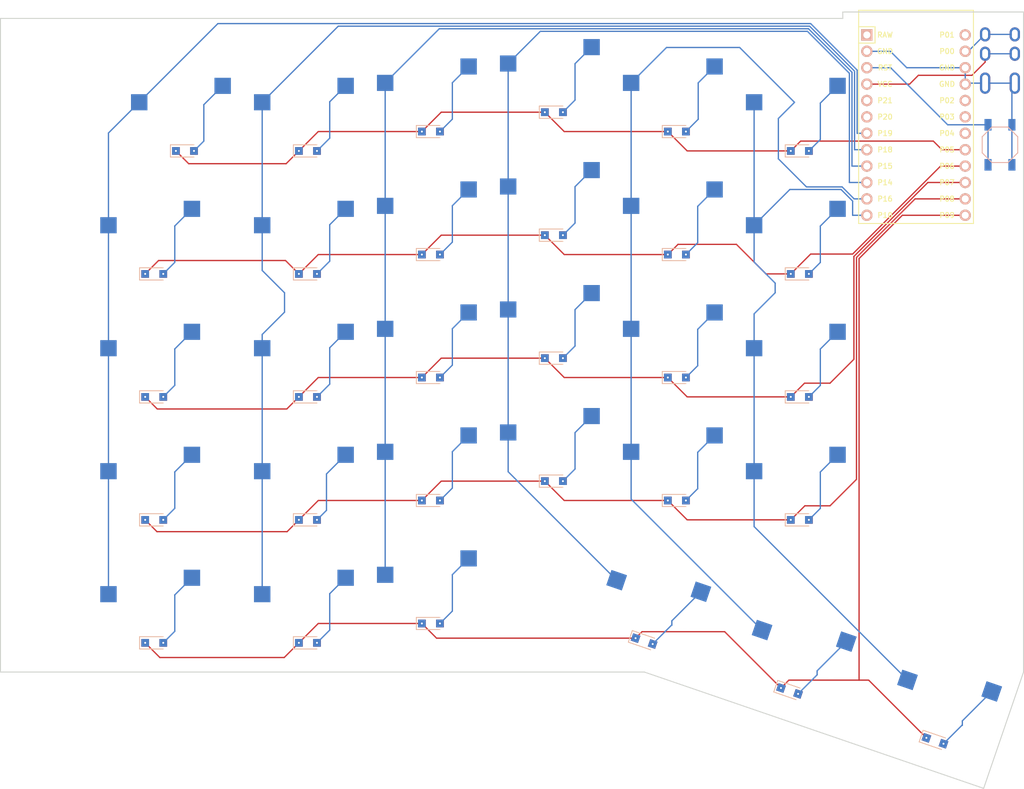
<source format=kicad_pcb>
(kicad_pcb (version 20240108) (generator "pcbnew") (generator_version "8.0")
  (title_block (title "left") (date "2024-06-05") (rev "v1.0.0") (company "Unknown"))
  (layers (0 "F.Cu" signal) (31 "B.Cu" signal) (34 "B.Paste" user) (35 "F.Paste" user) (36 "B.SilkS" user "B.Silkscreen") (37 "F.SilkS" user "F.Silkscreen") (38 "B.Mask" user) (39 "F.Mask" user) (44 "Edge.Cuts" user))
  (net 0 "")
  (net 1 "zero_meta")
  (net 2 "P9")
  (net 3 "zero_bottom")
  (net 4 "P8")
  (net 5 "zero_home")
  (net 6 "P7")
  (net 7 "zero_top")
  (net 8 "P6")
  (net 9 "zero_number")
  (net 10 "P5")
  (net 11 "one_meta")
  (net 12 "one_bottom")
  (net 13 "one_home")
  (net 14 "one_top")
  (net 15 "one_number")
  (net 16 "two_meta")
  (net 17 "two_bottom")
  (net 18 "two_home")
  (net 19 "two_top")
  (net 20 "two_number")
  (net 21 "three_bottom")
  (net 22 "three_home")
  (net 23 "three_top")
  (net 24 "three_number")
  (net 25 "four_bottom")
  (net 26 "four_home")
  (net 27 "four_top")
  (net 28 "four_number")
  (net 29 "five_bottom")
  (net 30 "five_home")
  (net 31 "five_top")
  (net 32 "five_number")
  (net 33 "three_meta")
  (net 34 "four_meta")
  (net 35 "five_meta")
  (net 36 "P19")
  (net 37 "P18")
  (net 38 "P15")
  (net 39 "P14")
  (net 40 "P16")
  (net 41 "P10")
  (net 42 "RAW")
  (net 43 "GND")
  (net 44 "RST")
  (net 45 "VCC")
  (net 46 "P21")
  (net 47 "P20")
  (net 48 "P1")
  (net 49 "P0")
  (net 50 "P2")
  (net 51 "P3")
  (net 52 "P4")
  (footprint "E73:SW_TACT_ALPS_SKQGABE010" (layer "F.Cu") (at 194.825 119.575 -90)
    (property "Reference" "B1" (hide yes))
    (property "Value" "" (hide yes))
  )
  (footprint "Diode_SMD:Nexperia_CFP3_SOD-123W" (layer "F.Cu") (at 106.675 117.525)
    (property "Reference" "D15" (hide yes))
    (property "Value" "Nexperia_CFP3_SOD-123W" (hide yes))
  )
  (footprint "MX" (layer "F.Cu") (at 125.725 166.675)
    (property "Reference" "S16" (hide yes))
    (property "Value" "" (hide yes))
  )
  (footprint "Diode_SMD:Nexperia_CFP3_SOD-123W" (layer "F.Cu") (at 106.675 136.575)
    (property "Reference" "D14" (hide yes))
    (property "Value" "Nexperia_CFP3_SOD-123W" (hide yes))
  )
  (footprint "MX" (layer "F.Cu") (at 63.8125 172.675)
    (property "Reference" "S2" (hide yes))
    (property "Value" "" (hide yes))
  )
  (footprint "Diode_SMD:Nexperia_CFP3_SOD-123W" (layer "F.Cu") (at 184.753929 211.900945 -18.925)
    (property "Reference" "D30" (hide yes))
    (property "Value" "Nexperia_CFP3_SOD-123W" (hide yes))
  )
  (footprint "Diode_SMD:Nexperia_CFP3_SOD-123W" (layer "F.Cu") (at 106.675 155.625)
    (property "Reference" "D13" (hide yes))
    (property "Value" "Nexperia_CFP3_SOD-123W" (hide yes))
  )
  (footprint "MX" (layer "F.Cu") (at 68.575 115.525)
    (property "Reference" "S5" (hide yes))
    (property "Value" "" (hide yes))
  )
  (footprint "MX" (layer "F.Cu") (at 163.825 115.525)
    (property "Reference" "S27" (hide yes))
    (property "Value" "" (hide yes))
  )
  (footprint "Diode_SMD:Nexperia_CFP3_SOD-123W" (layer "F.Cu") (at 63.8125 177.675)
    (property "Reference" "D2" (hide yes))
    (property "Value" "Nexperia_CFP3_SOD-123W" (hide yes))
  )
  (footprint "Diode_SMD:Nexperia_CFP3_SOD-123W" (layer "F.Cu") (at 163.825 120.525)
    (property "Reference" "D27" (hide yes))
    (property "Value" "Nexperia_CFP3_SOD-123W" (hide yes))
  )
  (footprint "Diode_SMD:Nexperia_CFP3_SOD-123W" (layer "F.Cu") (at 125.725 114.525)
    (property "Reference" "D19" (hide yes))
    (property "Value" "Nexperia_CFP3_SOD-123W" (hide yes))
  )
  (footprint "Diode_SMD:Nexperia_CFP3_SOD-123W" (layer "F.Cu") (at 68.575 120.525)
    (property "Reference" "D5" (hide yes))
    (property "Value" "Nexperia_CFP3_SOD-123W" (hide yes))
  )
  (footprint "MX" (layer "F.Cu") (at 125.725 109.525)
    (property "Reference" "S19" (hide yes))
    (property "Value" "" (hide yes))
  )
  (footprint "MX" (layer "F.Cu") (at 141.325 191.725 -18.925)
    (property "Reference" "S28" (hide yes))
    (property "Value" "" (hide yes))
  )
  (footprint "ceoloide:mounting_hole_npth" (layer "F.Cu") (at 153.675 141.1)
    (property "Reference" "MH3" (hide yes))
    (property "Value" "")
  )
  (footprint "MX" (layer "F.Cu") (at 63.8125 191.725)
    (property "Reference" "S1" (hide yes))
    (property "Value" "" (hide yes))
  )
  (footprint "Diode_SMD:Nexperia_CFP3_SOD-123W" (layer "F.Cu") (at 63.8125 139.575)
    (property "Reference" "D4" (hide yes))
    (property "Value" "Nexperia_CFP3_SOD-123W" (hide yes))
  )
  (footprint "Diode_SMD:Nexperia_CFP3_SOD-123W" (layer "F.Cu") (at 125.725 133.575)
    (property "Reference" "D18" (hide yes))
    (property "Value" "Nexperia_CFP3_SOD-123W" (hide yes))
  )
  (footprint "MX" (layer "F.Cu") (at 106.675 188.725)
    (property "Reference" "S11" (hide yes))
    (property "Value" "" (hide yes))
  )
  (footprint "MX" (layer "F.Cu") (at 163.825 134.575)
    (property "Reference" "S26" (hide yes))
    (property "Value" "" (hide yes))
  )
  (footprint "Diode_SMD:Nexperia_CFP3_SOD-123W" (layer "F.Cu") (at 63.8125 196.725)
    (property "Reference" "D1" (hide yes))
    (property "Value" "Nexperia_CFP3_SOD-123W" (hide yes))
  )
  (footprint "ceoloide:mounting_hole_npth" (layer "F.Cu") (at 115.575 160.15)
    (property "Reference" "MH2" (hide yes))
    (property "Value" "")
  )
  (footprint "ProMicro" (layer "F.Cu") (at 181.825 116.525 -90)
    (property "Reference" "MCU1" (hide yes))
    (property "Value" "" (hide yes))
  )
  (footprint "Diode_SMD:Nexperia_CFP3_SOD-123W" (layer "F.Cu") (at 144.775 117.525)
    (property "Reference" "D23" (hide yes))
    (property "Value" "Nexperia_CFP3_SOD-123W" (hide yes))
  )
  (footprint "MX" (layer "F.Cu") (at 125.725 128.575)
    (property "Reference" "S18" (hide yes))
    (property "Value" "" (hide yes))
  )
  (footprint "Diode_SMD:Nexperia_CFP3_SOD-123W" (layer "F.Cu") (at 125.725 171.675)
    (property "Reference" "D16" (hide yes))
    (property "Value" "Nexperia_CFP3_SOD-123W" (hide yes))
  )
  (footprint "ceoloide:mounting_hole_npth" (layer "F.Cu") (at 78.125 144.1)
    (property "Reference" "MH1" (hide yes))
    (property "Value" "")
  )
  (footprint "Diode_SMD:Nexperia_CFP3_SOD-123W" (layer "F.Cu") (at 87.625 139.575)
    (property "Reference" "D9" (hide yes))
    (property "Value" "Nexperia_CFP3_SOD-123W" (hide yes))
  )
  (footprint "MX" (layer "F.Cu") (at 163.825 172.675)
    (property "Reference" "S24" (hide yes))
    (property "Value" "" (hide yes))
  )
  (footprint "Diode_SMD:Nexperia_CFP3_SOD-123W" (layer "F.Cu") (at 139.703349 196.45472 -18.925)
    (property "Reference" "D28" (hide yes))
    (property "Value" "Nexperia_CFP3_SOD-123W" (hide yes))
  )
  (footprint "MX" (layer "F.Cu") (at 87.625 134.575)
    (property "Reference" "S9" (hide yes))
    (property "Value" "" (hide yes))
  )
  (footprint "MX" (layer "F.Cu") (at 144.775 131.575)
    (property "Reference" "S22" (hide yes))
    (property "Value" "" (hide yes))
  )
  (footprint "Diode_SMD:Nexperia_CFP3_SOD-123W" (layer "F.Cu") (at 106.675 174.675)
    (property "Reference" "D12" (hide yes))
    (property "Value" "Nexperia_CFP3_SOD-123W" (hide yes))
  )
  (footprint "MX" (layer "F.Cu") (at 106.675 131.575)
    (property "Reference" "S14" (hide yes))
    (property "Value" "" (hide yes))
  )
  (footprint "MX" (layer "F.Cu") (at 106.675 169.675)
    (property "Reference" "S12" (hide yes))
    (property "Value" "" (hide yes))
  )
  (footprint "MX" (layer "F.Cu") (at 144.775 150.625)
    (property "Reference" "S21" (hide yes))
    (property "Value" "" (hide yes))
  )
  (footprint "Diode_SMD:Nexperia_CFP3_SOD-123W" (layer "F.Cu") (at 144.775 174.675)
    (property "Reference" "D20" (hide yes))
    (property "Value" "Nexperia_CFP3_SOD-123W" (hide yes))
  )
  (footprint "Diode_SMD:Nexperia_CFP3_SOD-123W" (layer "F.Cu") (at 163.825 158.625)
    (property "Reference" "D25" (hide yes))
    (property "Value" "Nexperia_CFP3_SOD-123W" (hide yes))
  )
  (footprint "MX" (layer "F.Cu") (at 144.775 169.675)
    (property "Reference" "S20" (hide yes))
    (property "Value" "" (hide yes))
  )
  (footprint "MX" (layer "F.Cu") (at 87.625 191.725)
    (property "Reference" "S6" (hide yes))
    (property "Value" "" (hide yes))
  )
  (footprint "MX" (layer "F.Cu") (at 144.775 112.525)
    (property "Reference" "S23" (hide yes))
    (property "Value" "" (hide yes))
  )
  (footprint "Diode_SMD:Nexperia_CFP3_SOD-123W" (layer "F.Cu") (at 163.825 139.575)
    (property "Reference" "D26" (hide yes))
    (property "Value" "Nexperia_CFP3_SOD-123W" (hide yes))
  )
  (footprint "MX" (layer "F.Cu") (at 63.8125 153.625)
    (property "Reference" "S3" (hide yes))
    (property "Value" "" (hide yes))
  )
  (footprint "MX" (layer "F.Cu") (at 106.675 112.525)
    (property "Reference" "S15" (hide yes))
    (property "Value" "" (hide yes))
  )
  (footprint "MX" (layer "F.Cu") (at 63.8125 134.575)
    (property "Reference" "S4" (hide yes))
    (property "Value" "" (hide yes))
  )
  (footprint "Diode_SMD:Nexperia_CFP3_SOD-123W" (layer "F.Cu") (at 163.825 177.675)
    (property "Reference" "D24" (hide yes))
    (property "Value" "Nexperia_CFP3_SOD-123W" (hide yes))
  )
  (footprint "MX" (layer "F.Cu") (at 106.675 150.625)
    (property "Reference" "S13" (hide yes))
    (property "Value" "" (hide yes))
  )
  (footprint "Diode_SMD:Nexperia_CFP3_SOD-123W" (layer "F.Cu") (at 63.8125 158.625)
    (property "Reference" "D3" (hide yes))
    (property "Value" "Nexperia_CFP3_SOD-123W" (hide yes))
  )
  (footprint "MX" (layer "F.Cu") (at 163.825 153.625)
    (property "Reference" "S25" (hide yes))
    (property "Value" "" (hide yes))
  )
  (footprint "Diode_SMD:Nexperia_CFP3_SOD-123W" (layer "F.Cu") (at 87.625 177.675)
    (property "Reference" "D7" (hide yes))
    (property "Value" "Nexperia_CFP3_SOD-123W" (hide yes))
  )
  (footprint "MX" (layer "F.Cu") (at 125.725 147.625)
    (property "Reference" "S17" (hide yes))
    (property "Value" "" (hide yes))
  )
  (footprint "Diode_SMD:Nexperia_CFP3_SOD-123W" (layer "F.Cu") (at 162.228639 204.177833 -18.925)
    (property "Reference" "D29" (hide yes))
    (property "Value" "Nexperia_CFP3_SOD-123W" (hide yes))
  )
  (footprint "MX" (layer "F.Cu") (at 163.85029 199.448113 -18.925)
    (property "Reference" "S29" (hide yes))
    (property "Value" "" (hide yes))
  )
  (footprint "MX" (layer "F.Cu") (at 87.625 172.675)
    (property "Reference" "S7" (hide yes))
    (property "Value" "" (hide yes))
  )
  (footprint "Diode_SMD:Nexperia_CFP3_SOD-123W" (layer "F.Cu") (at 144.775 155.625)
    (property "Reference" "D21" (hide yes))
    (property "Value" "Nexperia_CFP3_SOD-123W" (hide yes))
  )
  (footprint "MX" (layer "F.Cu") (at 186.37558 207.171226 -18.925)
    (property "Reference" "S30" (hide yes))
    (property "Value" "" (hide yes))
  )
  (footprint "MX" (layer "F.Cu") (at 87.625 115.525)
    (property "Reference" "S10" (hide yes))
    (property "Value" "" (hide yes))
  )
  (footprint "Diode_SMD:Nexperia_CFP3_SOD-123W" (layer "F.Cu") (at 87.625 120.525)
    (property "Reference" "D10" (hide yes))
    (property "Value" "Nexperia_CFP3_SOD-123W" (hide yes))
  )
  (footprint "Diode_SMD:Nexperia_CFP3_SOD-123W" (layer "F.Cu") (at 125.725 152.625)
    (property "Reference" "D17" (hide yes))
    (property "Value" "Nexperia_CFP3_SOD-123W" (hide yes))
  )
  (footprint "MX" (layer "F.Cu") (at 87.625 153.625)
    (property "Reference" "S8" (hide yes))
    (property "Value" "" (hide yes))
  )
  (footprint "Diode_SMD:Nexperia_CFP3_SOD-123W" (layer "F.Cu") (at 87.625 196.725)
    (property "Reference" "D6" (hide yes))
    (property "Value" "Nexperia_CFP3_SOD-123W" (hide yes))
  )
  (footprint "Diode_SMD:Nexperia_CFP3_SOD-123W" (layer "F.Cu") (at 144.775 136.575)
    (property "Reference" "D22" (hide yes))
    (property "Value" "Nexperia_CFP3_SOD-123W" (hide yes))
  )
  (footprint "Diode_SMD:Nexperia_CFP3_SOD-123W" (layer "F.Cu") (at 87.625 158.625)
    (property "Reference" "D8" (hide yes))
    (property "Value" "Nexperia_CFP3_SOD-123W" (hide yes))
  )
  (footprint "Diode_SMD:Nexperia_CFP3_SOD-123W" (layer "F.Cu") (at 106.675 193.725)
    (property "Reference" "D11" (hide yes))
    (property "Value" "Nexperia_CFP3_SOD-123W" (hide yes))
  )
  (footprint "ceoloide:trrs_pj320a (reversible, symmetric)" (layer "B.Cu") (at 194.825 99.275)
    (property "Reference" "TRRS1" (hide yes))
    (property "Value" "")
  )
  (gr_line (start 174.276219 213.092097) (end 192.296451 219.270587) (stroke (width 0.15)) (layer "Edge.Cuts"))
  (gr_line (start 198.475 99) (end 198.475 201.25) (stroke (width 0.15)) (layer "Edge.Cuts"))
  (gr_line (start 40 100) (end 170.475 100) (stroke (width 0.15)) (layer "Edge.Cuts"))
  (gr_line (start 192.296451 219.270587) (end 198.474941 201.250355) (stroke (width 0.15)) (layer "Edge.Cuts"))
  (gr_line (start 170.475 100) (end 170.475 99) (stroke (width 0.15)) (layer "Edge.Cuts"))
  (gr_line (start 40 201.25) (end 139.737469 201.25) (stroke (width 0.15)) (layer "Edge.Cuts"))
  (gr_line (start 198.473906 201.25) (end 198.474941 201.250355) (stroke (width 0.15)) (layer "Edge.Cuts"))
  (gr_line (start 40 201.25) (end 40 100) (stroke (width 0.15)) (layer "Edge.Cuts"))
  (gr_line (start 170.475 99) (end 198.475 99) (stroke (width 0.15)) (layer "Edge.Cuts"))
  (gr_line (start 198.475 201.25) (end 198.473906 201.25) (stroke (width 0.15)) (layer "Edge.Cuts"))
  (gr_line (start 139.737469 201.25) (end 174.276219 213.092096) (stroke (width 0.15)) (layer "Edge.Cuts"))
  (segment (start 65.2125 196.725) (end 67 194.9375) (width 0.2) (layer "B.Cu") (net 1))
  (segment (start 67 189.2995) (end 69.6545 186.645) (width 0.2) (layer "B.Cu") (net 1))
  (segment (start 67 194.9375) (end 67 189.2995) (width 0.2) (layer "B.Cu") (net 1))
  (segment (start 107.550658 196.000658) (end 138.379027 196.000658) (width 0.2) (layer "F.Cu") (net 2))
  (segment (start 86.225 196.725) (end 89.225 193.725) (width 0.2) (layer "F.Cu") (net 2))
  (segment (start 138.379027 196.000658) (end 139.379685 195) (width 0.2) (layer "F.Cu") (net 2))
  (segment (start 105.275 193.725) (end 107.550658 196.000658) (width 0.2) (layer "F.Cu") (net 2))
  (segment (start 173 202.5) (end 174.482724 202.5) (width 0.2) (layer "F.Cu") (net 2))
  (segment (start 174.482724 202.5) (end 183.429607 211.446883) (width 0.2) (layer "F.Cu") (net 2))
  (segment (start 62.4125 196.725) (end 64.6875 199) (width 0.2) (layer "F.Cu") (net 2))
  (segment (start 89.225 193.725) (end 105.275 193.725) (width 0.2) (layer "F.Cu") (net 2))
  (segment (start 173 137.197058) (end 179.702058 130.495) (width 0.2) (layer "F.Cu") (net 2))
  (segment (start 162.128088 202.5) (end 173 202.5) (width 0.2) (layer "F.Cu") (net 2))
  (segment (start 152.180546 195) (end 160.904317 203.723771) (width 0.2) (layer "F.Cu") (net 2))
  (segment (start 64.6875 199) (end 83.95 199) (width 0.2) (layer "F.Cu") (net 2))
  (segment (start 160.904317 203.723771) (end 162.128088 202.5) (width 0.2) (layer "F.Cu") (net 2))
  (segment (start 179.702058 130.495) (end 189.445 130.495) (width 0.2) (layer "F.Cu") (net 2))
  (segment (start 139.379685 195) (end 152.180546 195) (width 0.2) (layer "F.Cu") (net 2))
  (segment (start 83.95 199) (end 86.225 196.725) (width 0.2) (layer "F.Cu") (net 2))
  (segment (start 173 202.5) (end 173 137.197058) (width 0.2) (layer "F.Cu") (net 2))
  (segment (start 67 175.8875) (end 67 170.2495) (width 0.2) (layer "B.Cu") (net 3))
  (segment (start 65.2125 177.675) (end 67 175.8875) (width 0.2) (layer "B.Cu") (net 3))
  (segment (start 67 170.2495) (end 69.6545 167.595) (width 0.2) (layer "B.Cu") (net 3))
  (segment (start 89.225 174.675) (end 105.275 174.675) (width 0.2) (layer "F.Cu") (net 4))
  (segment (start 146.375 177.675) (end 162.425 177.675) (width 0.2) (layer "F.Cu") (net 4))
  (segment (start 172.6 171.4) (end 172.6 137.031372) (width 0.2) (layer "F.Cu") (net 4))
  (segment (start 143.375 174.675) (end 146.375 177.675) (width 0.2) (layer "F.Cu") (net 4))
  (segment (start 64.2375 179.5) (end 84.4 179.5) (width 0.2) (layer "F.Cu") (net 4))
  (segment (start 168.5 175.5) (end 172.6 171.4) (width 0.2) (layer "F.Cu") (net 4))
  (segment (start 108.275 171.675) (end 124.325 171.675) (width 0.2) (layer "F.Cu") (net 4))
  (segment (start 105.275 174.675) (end 108.275 171.675) (width 0.2) (layer "F.Cu") (net 4))
  (segment (start 124.325 171.675) (end 127.325 174.675) (width 0.2) (layer "F.Cu") (net 4))
  (segment (start 62.4125 177.675) (end 64.2375 179.5) (width 0.2) (layer "F.Cu") (net 4))
  (segment (start 162.425 177.675) (end 164.6 175.5) (width 0.2) (layer "F.Cu") (net 4))
  (segment (start 86.225 177.675) (end 89.225 174.675) (width 0.2) (layer "F.Cu") (net 4))
  (segment (start 84.4 179.5) (end 86.225 177.675) (width 0.2) (layer "F.Cu") (net 4))
  (segment (start 172.6 137.031372) (end 181.676372 127.955) (width 0.2) (layer "F.Cu") (net 4))
  (segment (start 181.676372 127.955) (end 189.445 127.955) (width 0.2) (layer "F.Cu") (net 4))
  (segment (start 127.325 174.675) (end 143.375 174.675) (width 0.2) (layer "F.Cu") (net 4))
  (segment (start 164.6 175.5) (end 168.5 175.5) (width 0.2) (layer "F.Cu") (net 4))
  (segment (start 65.2125 158.625) (end 67 156.8375) (width 0.2) (layer "B.Cu") (net 5))
  (segment (start 67 156.8375) (end 67 151.1995) (width 0.2) (layer "B.Cu") (net 5))
  (segment (start 67 151.1995) (end 69.6545 148.545) (width 0.2) (layer "B.Cu") (net 5))
  (segment (start 86.225 158.625) (end 89.225 155.625) (width 0.2) (layer "F.Cu") (net 6))
  (segment (start 108.275 152.625) (end 124.325 152.625) (width 0.2) (layer "F.Cu") (net 6))
  (segment (start 168.5 156.5) (end 172.2 152.8) (width 0.2) (layer "F.Cu") (net 6))
  (segment (start 172.2 136.865686) (end 183.650686 125.415) (width 0.2) (layer "F.Cu") (net 6))
  (segment (start 143.375 155.625) (end 146.375 158.625) (width 0.2) (layer "F.Cu") (net 6))
  (segment (start 64.2875 160.5) (end 84.35 160.5) (width 0.2) (layer "F.Cu") (net 6))
  (segment (start 84.35 160.5) (end 86.225 158.625) (width 0.2) (layer "F.Cu") (net 6))
  (segment (start 89.225 155.625) (end 105.275 155.625) (width 0.2) (layer "F.Cu") (net 6))
  (segment (start 127.325 155.625) (end 143.375 155.625) (width 0.2) (layer "F.Cu") (net 6))
  (segment (start 146.375 158.625) (end 162.425 158.625) (width 0.2) (layer "F.Cu") (net 6))
  (segment (start 164.55 156.5) (end 168.5 156.5) (width 0.2) (layer "F.Cu") (net 6))
  (segment (start 105.275 155.625) (end 108.275 152.625) (width 0.2) (layer "F.Cu") (net 6))
  (segment (start 183.650686 125.415) (end 189.445 125.415) (width 0.2) (layer "F.Cu") (net 6))
  (segment (start 162.425 158.625) (end 164.55 156.5) (width 0.2) (layer "F.Cu") (net 6))
  (segment (start 172.2 152.8) (end 172.2 136.865686) (width 0.2) (layer "F.Cu") (net 6))
  (segment (start 62.4125 158.625) (end 64.2875 160.5) (width 0.2) (layer "F.Cu") (net 6))
  (segment (start 124.325 152.625) (end 127.325 155.625) (width 0.2) (layer "F.Cu") (net 6))
  (segment (start 67 137.7875) (end 67 132.1495) (width 0.2) (layer "B.Cu") (net 7))
  (segment (start 65.2125 139.575) (end 67 137.7875) (width 0.2) (layer "B.Cu") (net 7))
  (segment (start 67 132.1495) (end 69.6545 129.495) (width 0.2) (layer "B.Cu") (net 7))
  (segment (start 64.4875 137.5) (end 84.15 137.5) (width 0.2) (layer "F.Cu") (net 8))
  (segment (start 84.15 137.5) (end 86.225 139.575) (width 0.2) (layer "F.Cu") (net 8))
  (segment (start 124.325 133.575) (end 127.325 136.575) (width 0.2) (layer "F.Cu") (net 8))
  (segment (start 154 135) (end 158.575 139.575) (width 0.2) (layer "F.Cu") (net 8))
  (segment (start 89.225 136.575) (end 105.275 136.575) (width 0.2) (layer "F.Cu") (net 8))
  (segment (start 165.5 136.5) (end 172 136.5) (width 0.2) (layer "F.Cu") (net 8))
  (segment (start 144.95 135) (end 154 135) (width 0.2) (layer "F.Cu") (net 8))
  (segment (start 162.425 139.575) (end 165.5 136.5) (width 0.2) (layer "F.Cu") (net 8))
  (segment (start 86.225 139.575) (end 89.225 136.575) (width 0.2) (layer "F.Cu") (net 8))
  (segment (start 105.275 136.575) (end 108.275 133.575) (width 0.2) (layer "F.Cu") (net 8))
  (segment (start 143.375 136.575) (end 144.95 135) (width 0.2) (layer "F.Cu") (net 8))
  (segment (start 62.4125 139.575) (end 64.4875 137.5) (width 0.2) (layer "F.Cu") (net 8))
  (segment (start 108.275 133.575) (end 124.325 133.575) (width 0.2) (layer "F.Cu") (net 8))
  (segment (start 127.325 136.575) (end 143.375 136.575) (width 0.2) (layer "F.Cu") (net 8))
  (segment (start 158.575 139.575) (end 162.425 139.575) (width 0.2) (layer "F.Cu") (net 8))
  (segment (start 185.625 122.875) (end 189.445 122.875) (width 0.2) (layer "F.Cu") (net 8))
  (segment (start 172 136.5) (end 185.625 122.875) (width 0.2) (layer "F.Cu") (net 8))
  (segment (start 71.5 119) (end 71.5 113.362) (width 0.2) (layer "B.Cu") (net 9))
  (segment (start 71.5 113.362) (end 74.417 110.445) (width 0.2) (layer "B.Cu") (net 9))
  (segment (start 69.975 120.525) (end 71.5 119) (width 0.2) (layer "B.Cu") (net 9))
  (segment (start 127.325 117.525) (end 143.375 117.525) (width 0.2) (layer "F.Cu") (net 10))
  (segment (start 124.325 114.525) (end 127.325 117.525) (width 0.2) (layer "F.Cu") (net 10))
  (segment (start 84.25 122.5) (end 86.225 120.525) (width 0.2) (layer "F.Cu") (net 10))
  (segment (start 89.225 117.525) (end 105.275 117.525) (width 0.2) (layer "F.Cu") (net 10))
  (segment (start 185.835 120.335) (end 189.445 120.335) (width 0.2) (layer "F.Cu") (net 10))
  (segment (start 162.425 120.525) (end 163.95 119) (width 0.2) (layer "F.Cu") (net 10))
  (segment (start 163.95 119) (end 184.5 119) (width 0.2) (layer "F.Cu") (net 10))
  (segment (start 69.15 122.5) (end 84.25 122.5) (width 0.2) (layer "F.Cu") (net 10))
  (segment (start 108.275 114.525) (end 124.325 114.525) (width 0.2) (layer "F.Cu") (net 10))
  (segment (start 105.275 117.525) (end 108.275 114.525) (width 0.2) (layer "F.Cu") (net 10))
  (segment (start 184.5 119) (end 185.835 120.335) (width 0.2) (layer "F.Cu") (net 10))
  (segment (start 67.175 120.525) (end 69.15 122.5) (width 0.2) (layer "F.Cu") (net 10))
  (segment (start 146.375 120.525) (end 162.425 120.525) (width 0.2) (layer "F.Cu") (net 10))
  (segment (start 143.375 117.525) (end 146.375 120.525) (width 0.2) (layer "F.Cu") (net 10))
  (segment (start 86.225 120.525) (end 89.225 117.525) (width 0.2) (layer "F.Cu") (net 10))
  (segment (start 91 194.75) (end 91 189.112) (width 0.2) (layer "B.Cu") (net 11))
  (segment (start 91 189.112) (end 93.467 186.645) (width 0.2) (layer "B.Cu") (net 11))
  (segment (start 89.025 196.725) (end 91 194.75) (width 0.2) (layer "B.Cu") (net 11))
  (segment (start 90.5 170.562) (end 93.467 167.595) (width 0.2) (layer "B.Cu") (net 12))
  (segment (start 89.025 177.675) (end 90.5 176.2) (width 0.2) (layer "B.Cu") (net 12))
  (segment (start 90.5 176.2) (end 90.5 170.562) (width 0.2) (layer "B.Cu") (net 12))
  (segment (start 89.025 158.625) (end 91 156.65) (width 0.2) (layer "B.Cu") (net 13))
  (segment (start 91 151.012) (end 93.467 148.545) (width 0.2) (layer "B.Cu") (net 13))
  (segment (start 91 156.65) (end 91 151.012) (width 0.2) (layer "B.Cu") (net 13))
  (segment (start 91 131.962) (end 93.467 129.495) (width 0.2) (layer "B.Cu") (net 14))
  (segment (start 91 137.6) (end 91 131.962) (width 0.2) (layer "B.Cu") (net 14))
  (segment (start 89.025 139.575) (end 91 137.6) (width 0.2) (layer "B.Cu") (net 14))
  (segment (start 91 118.55) (end 91 112.912) (width 0.2) (layer "B.Cu") (net 15))
  (segment (start 91 112.912) (end 93.467 110.445) (width 0.2) (layer "B.Cu") (net 15))
  (segment (start 89.025 120.525) (end 91 118.55) (width 0.2) (layer "B.Cu") (net 15))
  (segment (start 110 191.8) (end 110 186.162) (width 0.2) (layer "B.Cu") (net 16))
  (segment (start 110 186.162) (end 112.517 183.645) (width 0.2) (layer "B.Cu") (net 16))
  (segment (start 108.075 193.725) (end 110 191.8) (width 0.2) (layer "B.Cu") (net 16))
  (segment (start 108.075 174.675) (end 110 172.75) (width 0.2) (layer "B.Cu") (net 17))
  (segment (start 110 167.112) (end 112.517 164.595) (width 0.2) (layer "B.Cu") (net 17))
  (segment (start 110 172.75) (end 110 167.112) (width 0.2) (layer "B.Cu") (net 17))
  (segment (start 108.075 155.625) (end 110 153.7) (width 0.2) (layer "B.Cu") (net 18))
  (segment (start 110 148.062) (end 112.517 145.545) (width 0.2) (layer "B.Cu") (net 18))
  (segment (start 110 153.7) (end 110 148.062) (width 0.2) (layer "B.Cu") (net 18))
  (segment (start 110 129.012) (end 112.517 126.495) (width 0.2) (layer "B.Cu") (net 19))
  (segment (start 108.075 136.575) (end 110 134.65) (width 0.2) (layer "B.Cu") (net 19))
  (segment (start 110 134.65) (end 110 129.012) (width 0.2) (layer "B.Cu") (net 19))
  (segment (start 108.075 117.525) (end 110 115.6) (width 0.2) (layer "B.Cu") (net 20))
  (segment (start 110 115.6) (end 110 109.962) (width 0.2) (layer "B.Cu") (net 20))
  (segment (start 110 109.962) (end 112.517 107.445) (width 0.2) (layer "B.Cu") (net 20))
  (segment (start 129 164.162) (end 131.567 161.595) (width 0.2) (layer "B.Cu") (net 21))
  (segment (start 127.125 171.675) (end 129 169.8) (width 0.2) (layer "B.Cu") (net 21))
  (segment (start 129 169.8) (end 129 164.162) (width 0.2) (layer "B.Cu") (net 21))
  (segment (start 129 150.75) (end 129 145.112) (width 0.2) (layer "B.Cu") (net 22))
  (segment (start 127.125 152.625) (end 129 150.75) (width 0.2) (layer "B.Cu") (net 22))
  (segment (start 129 145.112) (end 131.567 142.545) (width 0.2) (layer "B.Cu") (net 22))
  (segment (start 127.125 133.575) (end 129 131.7) (width 0.2) (layer "B.Cu") (net 23))
  (segment (start 129 131.7) (end 129 126.062) (width 0.2) (layer "B.Cu") (net 23))
  (segment (start 129 126.062) (end 131.567 123.495) (width 0.2) (layer "B.Cu") (net 23))
  (segment (start 129 107.012) (end 131.567 104.445) (width 0.2) (layer "B.Cu") (net 24))
  (segment (start 127.125 114.525) (end 129 112.65) (width 0.2) (layer "B.Cu") (net 24))
  (segment (start 129 112.65) (end 129 107.012) (width 0.2) (layer "B.Cu") (net 24))
  (segment (start 148 172.85) (end 148 167.212) (width 0.2) (layer "B.Cu") (net 25))
  (segment (start 146.175 174.675) (end 148 172.85) (width 0.2) (layer "B.Cu") (net 25))
  (segment (start 148 167.212) (end 150.617 164.595) (width 0.2) (layer "B.Cu") (net 25))
  (segment (start 148 153.8) (end 148 148.162) (width 0.2) (layer "B.Cu") (net 26))
  (segment (start 146.175 155.625) (end 148 153.8) (width 0.2) (layer "B.Cu") (net 26))
  (segment (start 148 148.162) (end 150.617 145.545) (width 0.2) (layer "B.Cu") (net 26))
  (segment (start 148 129.112) (end 150.617 126.495) (width 0.2) (layer "B.Cu") (net 27))
  (segment (start 146.175 136.575) (end 148 134.75) (width 0.2) (layer "B.Cu") (net 27))
  (segment (start 148 134.75) (end 148 129.112) (width 0.2) (layer "B.Cu") (net 27))
  (segment (start 148.081295 115.618705) (end 148.081295 109.980705) (width 0.2) (layer "B.Cu") (net 28))
  (segment (start 146.175 117.525) (end 148.081295 115.618705) (width 0.2) (layer "B.Cu") (net 28))
  (segment (start 148.081295 109.980705) (end 150.617 107.445) (width 0.2) (layer "B.Cu") (net 28))
  (segment (start 167 175.9) (end 167 170.262) (width 0.2) (layer "B.Cu") (net 29))
  (segment (start 165.225 177.675) (end 167 175.9) (width 0.2) (layer "B.Cu") (net 29))
  (segment (start 167 170.262) (end 169.667 167.595) (width 0.2) (layer "B.Cu") (net 29))
  (segment (start 165.225 158.625) (end 167 156.85) (width 0.2) (layer "B.Cu") (net 30))
  (segment (start 167 156.85) (end 167 151.212) (width 0.2) (layer "B.Cu") (net 30))
  (segment (start 167 151.212) (end 169.667 148.545) (width 0.2) (layer "B.Cu") (net 30))
  (segment (start 167 132.162) (end 169.667 129.495) (width 0.2) (layer "B.Cu") (net 31))
  (segment (start 167 137.8) (end 167 132.162) (width 0.2) (layer "B.Cu") (net 31))
  (segment (start 165.225 139.575) (end 167 137.8) (width 0.2) (layer "B.Cu") (net 31))
  (segment (start 167 113.112) (end 167 118.75) (width 0.2) (layer "B.Cu") (net 32))
  (segment (start 169.667 110.445) (end 167 113.112) (width 0.2) (layer "B.Cu") (net 32))
  (segment (start 167 118.75) (end 165.225 120.525) (width 0.2) (layer "B.Cu") (net 32))
  (segment (start 144 193.313144) (end 148.498802 188.814342) (width 0.2) (layer "B.Cu") (net 33))
  (segment (start 141.027671 196.908782) (end 143.936453 194) (width 0.2) (layer "B.Cu") (net 33))
  (segment (start 143.936453 194) (end 144 194) (width 0.2) (layer "B.Cu") (net 33))
  (segment (start 144 194) (end 144 193.313144) (width 0.2) (layer "B.Cu") (net 33))
  (segment (start 166.5 201.061547) (end 171.024092 196.537455) (width 0.2) (layer "B.Cu") (net 34))
  (segment (start 163.552961 204.631895) (end 166.5 201.684856) (width 0.2) (layer "B.Cu") (net 34))
  (segment (start 166.5 201.684856) (end 166.5 201.061547) (width 0.2) (layer "B.Cu") (net 34))
  (segment (start 188.933258 209.5) (end 189 209.5) (width 0.2) (layer "B.Cu") (net 35))
  (segment (start 186.078251 212.355007) (end 188.933258 209.5) (width 0.2) (layer "B.Cu") (net 35))
  (segment (start 189 208.80995) (end 193.549382 204.260568) (width 0.2) (layer "B.Cu") (net 35))
  (segment (start 189 209.5) (end 189 208.80995) (width 0.2) (layer "B.Cu") (net 35))
  (segment (start 56.7275 117.7475) (end 61.49 112.985) (width 0.2) (layer "B.Cu") (net 36))
  (segment (start 172.7 117.795) (end 174.205 117.795) (width 0.2) (layer "B.Cu") (net 36))
  (segment (start 172.7 108.002942) (end 172.7 117.795) (width 0.2) (layer "B.Cu") (net 36))
  (segment (start 56.7275 132.035) (end 56.7275 117.7475) (width 0.2) (layer "B.Cu") (net 36))
  (segment (start 165.497058 100.8) (end 172.7 108.002942) (width 0.2) (layer "B.Cu") (net 36))
  (segment (start 61.49 112.985) (end 73.675 100.8) (width 0.2) (layer "B.Cu") (net 36))
  (segment (start 56.7275 170.135) (end 56.7275 151.085) (width 0.2) (layer "B.Cu") (net 36))
  (segment (start 73.675 100.8) (end 165.497058 100.8) (width 0.2) (layer "B.Cu") (net 36))
  (segment (start 56.7275 151.085) (end 56.7275 132.035) (width 0.2) (layer "B.Cu") (net 36))
  (segment (start 56.7275 189.185) (end 56.7275 170.135) (width 0.2) (layer "B.Cu") (net 36))
  (segment (start 84 145.5) (end 84 142.5) (width 0.2) (layer "B.Cu") (net 37))
  (segment (start 80.54 189.185) (end 80.54 170.135) (width 0.2) (layer "B.Cu") (net 37))
  (segment (start 80.54 170.135) (end 80.54 151.085) (width 0.2) (layer "B.Cu") (net 37))
  (segment (start 172.3 108.168628) (end 172.3 120.335) (width 0.2) (layer "B.Cu") (net 37))
  (segment (start 172.3 120.335) (end 174.205 120.335) (width 0.2) (layer "B.Cu") (net 37))
  (segment (start 80.54 112.985) (end 92.325 101.2) (width 0.2) (layer "B.Cu") (net 37))
  (segment (start 80.54 132.035) (end 80.54 112.985) (width 0.2) (layer "B.Cu") (net 37))
  (segment (start 84 142.5) (end 80.54 139.04) (width 0.2) (layer "B.Cu") (net 37))
  (segment (start 80.54 151.085) (end 80.54 148.96) (width 0.2) (layer "B.Cu") (net 37))
  (segment (start 80.54 148.96) (end 84 145.5) (width 0.2) (layer "B.Cu") (net 37))
  (segment (start 92.325 101.2) (end 165.331372 101.2) (width 0.2) (layer "B.Cu") (net 37))
  (segment (start 165.331372 101.2) (end 172.3 108.168628) (width 0.2) (layer "B.Cu") (net 37))
  (segment (start 80.54 139.04) (end 80.54 132.035) (width 0.2) (layer "B.Cu") (net 37))
  (segment (start 99.59 186.185) (end 99.59 167.135) (width 0.2) (layer "B.Cu") (net 38))
  (segment (start 99.59 129.035) (end 99.59 109.985) (width 0.2) (layer "B.Cu") (net 38))
  (segment (start 99.59 148.085) (end 99.59 129.035) (width 0.2) (layer "B.Cu") (net 38))
  (segment (start 171.9 122.875) (end 174.205 122.875) (width 0.2) (layer "B.Cu") (net 38))
  (segment (start 171.9 108.334314) (end 171.9 122.875) (width 0.2) (layer "B.Cu") (net 38))
  (segment (start 165.165686 101.6) (end 171.9 108.334314) (width 0.2) (layer "B.Cu") (net 38))
  (segment (start 99.59 109.985) (end 107.975 101.6) (width 0.2) (layer "B.Cu") (net 38))
  (segment (start 107.975 101.6) (end 165.165686 101.6) (width 0.2) (layer "B.Cu") (net 38))
  (segment (start 99.59 167.135) (end 99.59 148.085) (width 0.2) (layer "B.Cu") (net 38))
  (segment (start 123.625 102) (end 165 102) (width 0.2) (layer "B.Cu") (net 39))
  (segment (start 165 102) (end 171.5 108.5) (width 0.2) (layer "B.Cu") (net 39))
  (segment (start 118.64 170.217637) (end 118.64 164.135) (width 0.2) (layer "B.Cu") (net 39))
  (segment (start 118.64 106.985) (end 123.625 102) (width 0.2) (layer "B.Cu") (net 39))
  (segment (start 135.446786 187.024423) (end 118.64 170.217637) (width 0.2) (layer "B.Cu") (net 39))
  (segment (start 118.64 126.035) (end 118.64 106.985) (width 0.2) (layer "B.Cu") (net 39))
  (segment (start 171.5 108.5) (end 171.5 125.415) (width 0.2) (layer "B.Cu") (net 39))
  (segment (start 118.64 145.085) (end 118.64 126.035) (width 0.2) (layer "B.Cu") (net 39))
  (segment (start 171.5 125.415) (end 174.205 125.415) (width 0.2) (layer "B.Cu") (net 39))
  (segment (start 118.64 164.135) (end 118.64 145.085) (width 0.2) (layer "B.Cu") (net 39))
  (segment (start 160.5 115.5) (end 160.5 121.75) (width 0.2) (layer "B.Cu") (net 40))
  (segment (start 172.230686 127.955) (end 174.205 127.955) (width 0.2) (layer "B.Cu") (net 40))
  (segment (start 170.375686 126.1) (end 172.230686 127.955) (width 0.2) (layer "B.Cu") (net 40))
  (segment (start 164.85 126.1) (end 170.375686 126.1) (width 0.2) (layer "B.Cu") (net 40))
  (segment (start 137.69 148.085) (end 137.69 129.035) (width 0.2) (layer "B.Cu") (net 40))
  (segment (start 157.972076 194.747536) (end 137.69 174.46546) (width 0.2) (layer "B.Cu") (net 40))
  (segment (start 154.5 104.5) (end 163 113) (width 0.2) (layer "B.Cu") (net 40))
  (segment (start 163 113) (end 160.5 115.5) (width 0.2) (layer "B.Cu") (net 40))
  (segment (start 137.69 129.035) (end 137.69 109.985) (width 0.2) (layer "B.Cu") (net 40))
  (segment (start 137.69 109.985) (end 143.175 104.5) (width 0.2) (layer "B.Cu") (net 40))
  (segment (start 137.69 167.135) (end 137.69 148.085) (width 0.2) (layer "B.Cu") (net 40))
  (segment (start 160.5 121.75) (end 164.85 126.1) (width 0.2) (layer "B.Cu") (net 40))
  (segment (start 137.69 174.46546) (end 137.69 167.135) (width 0.2) (layer "B.Cu") (net 40))
  (segment (start 143.175 104.5) (end 154.5 104.5) (width 0.2) (layer "B.Cu") (net 40))
  (segment (start 156.74 178.713283) (end 180.497366 202.470649) (width 0.2) (layer "B.Cu") (net 41))
  (segment (start 156.74 145.76) (end 160 142.5) (width 0.2) (layer "B.Cu") (net 41))
  (segment (start 156.74 170.135) (end 156.74 178.713283) (width 0.2) (layer "B.Cu") (net 41))
  (segment (start 156.74 132.035) (end 162.275 126.5) (width 0.2) (layer "B.Cu") (net 41))
  (segment (start 160 141) (end 156.74 137.74) (width 0.2) (layer "B.Cu") (net 41))
  (segment (start 156.74 137.74) (end 156.74 132.035) (width 0.2) (layer "B.Cu") (net 41))
  (segment (start 156.74 112.985) (end 156.74 132.035) (width 0.2) (layer "B.Cu") (net 41))
  (segment (start 172 128.29) (end 172 130.495) (width 0.2) (layer "B.Cu") (net 41))
  (segment (start 156.74 151.085) (end 156.74 170.135) (width 0.2) (layer "B.Cu") (net 41))
  (segment (start 172 130.495) (end 174.205 130.495) (width 0.2) (layer "B.Cu") (net 41))
  (segment (start 162.275 126.5) (end 170.21 126.5) (width 0.2) (layer "B.Cu") (net 41))
  (segment (start 160 142.5) (end 160 141) (width 0.2) (layer "B.Cu") (net 41))
  (segment (start 170.21 126.5) (end 172 128.29) (width 0.2) (layer "B.Cu") (net 41))
  (segment (start 156.74 151.085) (end 156.74 145.76) (width 0.2) (layer "B.Cu") (net 41))
  (segment (start 177.845 105.095) (end 174.205 105.095) (width 0.2) (layer "B.Cu") (net 43))
  (segment (start 196.675 116.475) (end 196.675 110.475) (width 0.2) (layer "B.Cu") (net 43))
  (segment (start 192.525 110.025) (end 197.125 110.025) (width 0.2) (layer "B.Cu") (net 43))
  (segment (start 189.445 107.635) (end 180.385 107.635) (width 0.2) (layer "B.Cu") (net 43))
  (segment (start 196.675 122.675) (end 196.675 116.475) (width 0.2) (layer "B.Cu") (net 43))
  (segment (start 180.385 107.635) (end 177.845 105.095) (width 0.2) (layer "B.Cu") (net 43))
  (segment (start 192.525 110.025) (end 189.595 110.025) (width 0.2) (layer "B.Cu") (net 43))
  (segment (start 189.445 110.175) (end 189.445 107.635) (width 0.2) (layer "B.Cu") (net 43))
  (segment (start 186.725 116.475) (end 177.885 107.635) (width 0.2) (layer "B.Cu") (net 44))
  (segment (start 192.975 122.675) (end 192.975 116.475) (width 0.2) (layer "B.Cu") (net 44))
  (segment (start 177.885 107.635) (end 174.205 107.635) (width 0.2) (layer "B.Cu") (net 44))
  (segment (start 192.975 116.475) (end 186.725 116.475) (width 0.2) (layer "B.Cu") (net 44))
  (segment (start 182.1887 108.8113) (end 180.825 110.175) (width 0.2) (layer "F.Cu") (net 45))
  (segment (start 180.825 110.175) (end 174.205 110.175) (width 0.2) (layer "F.Cu") (net 45))
  (segment (start 190.4887 108.8113) (end 182.1887 108.8113) (width 0.2) (layer "F.Cu") (net 45))
  (segment (start 192.525 105.475) (end 192.525 106.775) (width 0.2) (layer "F.Cu") (net 45))
  (segment (start 192.525 106.775) (end 190.4887 108.8113) (width 0.2) (layer "F.Cu") (net 45))
  (segment (start 192.525 105.475) (end 197.125 105.475) (width 0.2) (layer "B.Cu") (net 45))
  (segment (start 192.525 102.475) (end 197.125 102.475) (width 0.2) (layer "B.Cu") (net 49))
  (segment (start 189.905 105.095) (end 192.065 102.935) (width 0.2) (layer "B.Cu") (net 49))
)
</source>
